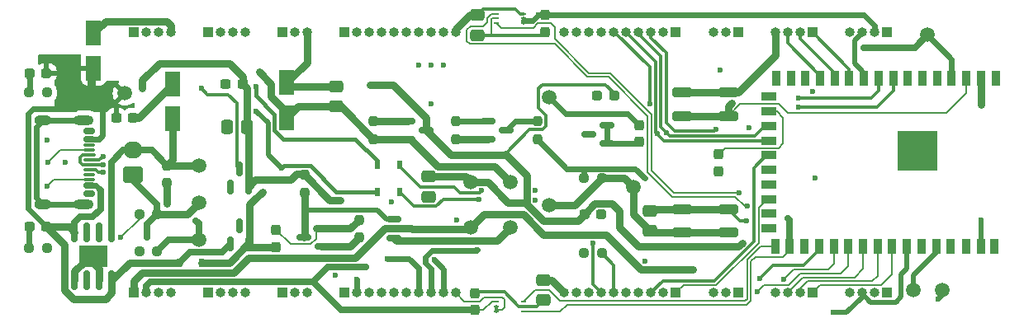
<source format=gbr>
%TF.GenerationSoftware,KiCad,Pcbnew,8.0.0*%
%TF.CreationDate,2024-12-15T19:06:57+00:00*%
%TF.ProjectId,main-board,6d61696e-2d62-46f6-9172-642e6b696361,rev?*%
%TF.SameCoordinates,Original*%
%TF.FileFunction,Copper,L1,Top*%
%TF.FilePolarity,Positive*%
%FSLAX46Y46*%
G04 Gerber Fmt 4.6, Leading zero omitted, Abs format (unit mm)*
G04 Created by KiCad (PCBNEW 8.0.0) date 2024-12-15 19:06:57*
%MOMM*%
%LPD*%
G01*
G04 APERTURE LIST*
G04 Aperture macros list*
%AMRoundRect*
0 Rectangle with rounded corners*
0 $1 Rounding radius*
0 $2 $3 $4 $5 $6 $7 $8 $9 X,Y pos of 4 corners*
0 Add a 4 corners polygon primitive as box body*
4,1,4,$2,$3,$4,$5,$6,$7,$8,$9,$2,$3,0*
0 Add four circle primitives for the rounded corners*
1,1,$1+$1,$2,$3*
1,1,$1+$1,$4,$5*
1,1,$1+$1,$6,$7*
1,1,$1+$1,$8,$9*
0 Add four rect primitives between the rounded corners*
20,1,$1+$1,$2,$3,$4,$5,0*
20,1,$1+$1,$4,$5,$6,$7,0*
20,1,$1+$1,$6,$7,$8,$9,0*
20,1,$1+$1,$8,$9,$2,$3,0*%
G04 Aperture macros list end*
%TA.AperFunction,ComponentPad*%
%ADD10R,1.000000X1.000000*%
%TD*%
%TA.AperFunction,ComponentPad*%
%ADD11O,1.000000X1.000000*%
%TD*%
%TA.AperFunction,SMDPad,CuDef*%
%ADD12RoundRect,0.250000X0.550000X-1.050000X0.550000X1.050000X-0.550000X1.050000X-0.550000X-1.050000X0*%
%TD*%
%TA.AperFunction,SMDPad,CuDef*%
%ADD13RoundRect,0.250000X-0.475000X0.337500X-0.475000X-0.337500X0.475000X-0.337500X0.475000X0.337500X0*%
%TD*%
%TA.AperFunction,SMDPad,CuDef*%
%ADD14RoundRect,0.150000X-0.587500X-0.150000X0.587500X-0.150000X0.587500X0.150000X-0.587500X0.150000X0*%
%TD*%
%TA.AperFunction,SMDPad,CuDef*%
%ADD15RoundRect,0.150000X0.150000X-0.825000X0.150000X0.825000X-0.150000X0.825000X-0.150000X-0.825000X0*%
%TD*%
%TA.AperFunction,HeatsinkPad*%
%ADD16R,3.000000X2.290000*%
%TD*%
%TA.AperFunction,SMDPad,CuDef*%
%ADD17C,1.500000*%
%TD*%
%TA.AperFunction,SMDPad,CuDef*%
%ADD18RoundRect,0.237500X0.237500X-0.250000X0.237500X0.250000X-0.237500X0.250000X-0.237500X-0.250000X0*%
%TD*%
%TA.AperFunction,SMDPad,CuDef*%
%ADD19RoundRect,0.150000X0.150000X-0.587500X0.150000X0.587500X-0.150000X0.587500X-0.150000X-0.587500X0*%
%TD*%
%TA.AperFunction,SMDPad,CuDef*%
%ADD20RoundRect,0.237500X-0.250000X-0.237500X0.250000X-0.237500X0.250000X0.237500X-0.250000X0.237500X0*%
%TD*%
%TA.AperFunction,SMDPad,CuDef*%
%ADD21RoundRect,0.237500X0.237500X-0.287500X0.237500X0.287500X-0.237500X0.287500X-0.237500X-0.287500X0*%
%TD*%
%TA.AperFunction,SMDPad,CuDef*%
%ADD22R,0.550000X0.250000*%
%TD*%
%TA.AperFunction,SMDPad,CuDef*%
%ADD23RoundRect,0.237500X0.300000X0.237500X-0.300000X0.237500X-0.300000X-0.237500X0.300000X-0.237500X0*%
%TD*%
%TA.AperFunction,SMDPad,CuDef*%
%ADD24R,0.630000X0.830000*%
%TD*%
%TA.AperFunction,SMDPad,CuDef*%
%ADD25RoundRect,0.250000X0.475000X-0.337500X0.475000X0.337500X-0.475000X0.337500X-0.475000X-0.337500X0*%
%TD*%
%TA.AperFunction,SMDPad,CuDef*%
%ADD26RoundRect,0.237500X-0.237500X0.300000X-0.237500X-0.300000X0.237500X-0.300000X0.237500X0.300000X0*%
%TD*%
%TA.AperFunction,SMDPad,CuDef*%
%ADD27RoundRect,0.250000X0.337500X0.475000X-0.337500X0.475000X-0.337500X-0.475000X0.337500X-0.475000X0*%
%TD*%
%TA.AperFunction,SMDPad,CuDef*%
%ADD28RoundRect,0.237500X0.237500X-0.300000X0.237500X0.300000X-0.237500X0.300000X-0.237500X-0.300000X0*%
%TD*%
%TA.AperFunction,SMDPad,CuDef*%
%ADD29RoundRect,0.237500X0.287500X0.237500X-0.287500X0.237500X-0.287500X-0.237500X0.287500X-0.237500X0*%
%TD*%
%TA.AperFunction,SMDPad,CuDef*%
%ADD30RoundRect,0.250000X-0.750000X-0.250000X0.750000X-0.250000X0.750000X0.250000X-0.750000X0.250000X0*%
%TD*%
%TA.AperFunction,SMDPad,CuDef*%
%ADD31RoundRect,0.237500X-0.287500X-0.237500X0.287500X-0.237500X0.287500X0.237500X-0.287500X0.237500X0*%
%TD*%
%TA.AperFunction,SMDPad,CuDef*%
%ADD32RoundRect,0.237500X-0.237500X0.250000X-0.237500X-0.250000X0.237500X-0.250000X0.237500X0.250000X0*%
%TD*%
%TA.AperFunction,SMDPad,CuDef*%
%ADD33RoundRect,0.237500X-0.300000X-0.237500X0.300000X-0.237500X0.300000X0.237500X-0.300000X0.237500X0*%
%TD*%
%TA.AperFunction,SMDPad,CuDef*%
%ADD34RoundRect,0.237500X0.250000X0.237500X-0.250000X0.237500X-0.250000X-0.237500X0.250000X-0.237500X0*%
%TD*%
%TA.AperFunction,SMDPad,CuDef*%
%ADD35R,0.900000X1.500000*%
%TD*%
%TA.AperFunction,SMDPad,CuDef*%
%ADD36R,1.500000X0.900000*%
%TD*%
%TA.AperFunction,SMDPad,CuDef*%
%ADD37R,4.100000X4.100000*%
%TD*%
%TA.AperFunction,SMDPad,CuDef*%
%ADD38RoundRect,0.150000X-0.425000X0.150000X-0.425000X-0.150000X0.425000X-0.150000X0.425000X0.150000X0*%
%TD*%
%TA.AperFunction,SMDPad,CuDef*%
%ADD39RoundRect,0.075000X-0.500000X0.075000X-0.500000X-0.075000X0.500000X-0.075000X0.500000X0.075000X0*%
%TD*%
%TA.AperFunction,ComponentPad*%
%ADD40O,2.100000X1.000000*%
%TD*%
%TA.AperFunction,ComponentPad*%
%ADD41O,1.800000X1.000000*%
%TD*%
%TA.AperFunction,SMDPad,CuDef*%
%ADD42RoundRect,0.150000X0.587500X0.150000X-0.587500X0.150000X-0.587500X-0.150000X0.587500X-0.150000X0*%
%TD*%
%TA.AperFunction,ComponentPad*%
%ADD43RoundRect,0.250000X0.750000X-0.600000X0.750000X0.600000X-0.750000X0.600000X-0.750000X-0.600000X0*%
%TD*%
%TA.AperFunction,ComponentPad*%
%ADD44O,2.000000X1.700000*%
%TD*%
%TA.AperFunction,ViaPad*%
%ADD45C,0.600000*%
%TD*%
%TA.AperFunction,Conductor*%
%ADD46C,0.800000*%
%TD*%
%TA.AperFunction,Conductor*%
%ADD47C,0.600000*%
%TD*%
%TA.AperFunction,Conductor*%
%ADD48C,0.400000*%
%TD*%
%TA.AperFunction,Conductor*%
%ADD49C,0.300000*%
%TD*%
%TA.AperFunction,Conductor*%
%ADD50C,0.700000*%
%TD*%
%TA.AperFunction,Conductor*%
%ADD51C,0.500000*%
%TD*%
%TA.AperFunction,Conductor*%
%ADD52C,0.200000*%
%TD*%
G04 APERTURE END LIST*
D10*
%TO.P,SW_C1,1,Pin_1*%
%TO.N,/SW1_A*%
X76650000Y-113400000D03*
D11*
%TO.P,SW_C1,2,Pin_2*%
%TO.N,/SW2_A*%
X77920000Y-113400000D03*
%TO.P,SW_C1,3,Pin_3*%
%TO.N,GND*%
X79190000Y-113400000D03*
%TD*%
D12*
%TO.P,C4,1*%
%TO.N,LDO*%
X77100000Y-95400000D03*
%TO.P,C4,2*%
%TO.N,GND*%
X77100000Y-91800000D03*
%TD*%
D13*
%TO.P,C10,1*%
%TO.N,GND*%
X96600000Y-84862500D03*
%TO.P,C10,2*%
%TO.N,Net-(U4-DVI)*%
X96600000Y-86937500D03*
%TD*%
D14*
%TO.P,Q4,1,G*%
%TO.N,Net-(Q3-D)*%
X88062500Y-105850000D03*
%TO.P,Q4,2,S*%
%TO.N,VCC*%
X88062500Y-107750000D03*
%TO.P,Q4,3,D*%
%TO.N,/VCC_CTRL*%
X89937500Y-106800000D03*
%TD*%
D15*
%TO.P,U6,1,TEMP*%
%TO.N,GND*%
X55345000Y-112105000D03*
%TO.P,U6,2,PROG*%
%TO.N,Net-(U6-PROG)*%
X56615000Y-112105000D03*
%TO.P,U6,3,GND*%
%TO.N,GND*%
X57885000Y-112105000D03*
%TO.P,U6,4,VCC*%
%TO.N,VBUS*%
X59155000Y-112105000D03*
%TO.P,U6,5,BAT*%
%TO.N,+BATT*%
X59155000Y-107155000D03*
%TO.P,U6,6,~{STDBY}*%
%TO.N,Net-(U6-~{STDBY})*%
X57885000Y-107155000D03*
%TO.P,U6,7,~{CHRG}*%
%TO.N,Net-(U6-~{CHRG})*%
X56615000Y-107155000D03*
%TO.P,U6,8,CE*%
%TO.N,VBUS*%
X55345000Y-107155000D03*
D16*
%TO.P,U6,9,PP*%
%TO.N,GND*%
X57250000Y-109630000D03*
%TD*%
D17*
%TO.P,B+,1,1*%
%TO.N,+BATT*%
X68100000Y-100300000D03*
%TD*%
D18*
%TO.P,R24,1*%
%TO.N,/VCC_CTRL_EN*%
X84500000Y-107712500D03*
%TO.P,R24,2*%
%TO.N,GND*%
X84500000Y-105887500D03*
%TD*%
D19*
%TO.P,Q8,1,G*%
%TO.N,Net-(Q7-D)*%
X71300000Y-102500000D03*
%TO.P,Q8,2,S*%
%TO.N,VCC*%
X73200000Y-102500000D03*
%TO.P,Q8,3,D*%
%TO.N,/LDO_EN*%
X72250000Y-100625000D03*
%TD*%
D10*
%TO.P,PWR1,1,Pin_1*%
%TO.N,/VCC_CTRL*%
X61400000Y-113400000D03*
D11*
%TO.P,PWR1,2,Pin_2*%
%TO.N,LDO_CTRL*%
X62670000Y-113400000D03*
%TO.P,PWR1,3,Pin_3*%
%TO.N,/BUZZER_A*%
X63940000Y-113400000D03*
%TO.P,PWR1,4,Pin_4*%
%TO.N,GND*%
X65210000Y-113400000D03*
%TD*%
D10*
%TO.P,DD1,1,Pin_1*%
%TO.N,/VPRG*%
X83005000Y-113400000D03*
D11*
%TO.P,DD1,2,Pin_2*%
%TO.N,/ALT_A*%
X84275000Y-113400000D03*
%TO.P,DD1,3,Pin_3*%
%TO.N,/GSCLK*%
X85545000Y-113400000D03*
%TO.P,DD1,4,Pin_4*%
%TO.N,/BLANK*%
X86815000Y-113400000D03*
%TO.P,DD1,5,Pin_5*%
%TO.N,/XLAT*%
X88085000Y-113400000D03*
%TO.P,DD1,6,Pin_6*%
%TO.N,/XERR_A*%
X89355000Y-113400000D03*
%TO.P,DD1,7,Pin_7*%
%TO.N,/SCLK*%
X90625000Y-113400000D03*
%TO.P,DD1,8,Pin_8*%
%TO.N,/SIN_A*%
X91895000Y-113400000D03*
%TO.P,DD1,9,Pin_9*%
%TO.N,/SOUT_A*%
X93165000Y-113400000D03*
%TO.P,DD1,10,Pin_10*%
%TO.N,GND*%
X94435000Y-113400000D03*
%TD*%
D20*
%TO.P,R29,1*%
%TO.N,Net-(U6-PROG)*%
X61987500Y-109100000D03*
%TO.P,R29,2*%
%TO.N,GND*%
X63812500Y-109100000D03*
%TD*%
D21*
%TO.P,D3,1,K*%
%TO.N,Net-(D3-K)*%
X121377500Y-100875000D03*
%TO.P,D3,2,A*%
%TO.N,Net-(D3-A)*%
X121377500Y-99125000D03*
%TD*%
D17*
%TO.P,VCC,1,1*%
%TO.N,/VCC_CTRL*%
X96000000Y-106700000D03*
%TD*%
D22*
%TO.P,U4,1,VCC*%
%TO.N,LDO_CTRL*%
X101375000Y-85700000D03*
%TO.P,U4,2,ADDR*%
X101375000Y-85200000D03*
%TO.P,U4,3,GND*%
%TO.N,GND*%
X101375000Y-84700000D03*
%TO.P,U4,4,SDA*%
%TO.N,/SDA*%
X98625000Y-84700000D03*
%TO.P,U4,5,DVI*%
%TO.N,Net-(U4-DVI)*%
X98625000Y-85200000D03*
%TO.P,U4,6,SCL*%
%TO.N,/SCL*%
X98625000Y-85700000D03*
%TD*%
D20*
%TO.P,R4,1*%
%TO.N,/ADC_BAT_V*%
X107587500Y-101600000D03*
%TO.P,R4,2*%
%TO.N,GND*%
X109412500Y-101600000D03*
%TD*%
D23*
%TO.P,R32,1*%
%TO.N,VCC*%
X72562500Y-91900000D03*
%TO.P,R32,2*%
%TO.N,Net-(Q7-D)*%
X70837500Y-91900000D03*
%TD*%
D17*
%TO.P,GND,1,1*%
%TO.N,GND*%
X68100000Y-107900000D03*
%TD*%
D24*
%TO.P,D2,A*%
%TO.N,Net-(U2-IO06)*%
X88650000Y-100200000D03*
%TO.P,D2,C*%
%TO.N,/SW1*%
X86350000Y-100200000D03*
%TD*%
D17*
%TO.P,LDO,1,1*%
%TO.N,LDO_CTRL*%
X96000000Y-102000000D03*
%TD*%
D12*
%TO.P,C17,1*%
%TO.N,+BATT*%
X65400000Y-95500000D03*
%TO.P,C17,2*%
%TO.N,GND*%
X65400000Y-91900000D03*
%TD*%
D25*
%TO.P,C11,1*%
%TO.N,GND*%
X91600000Y-103537500D03*
%TO.P,C11,2*%
%TO.N,LDO_CTRL*%
X91600000Y-101462500D03*
%TD*%
D26*
%TO.P,R10,1*%
%TO.N,/2.5V*%
X113200000Y-96137500D03*
%TO.P,R10,2*%
%TO.N,Net-(U1-K)*%
X113200000Y-97862500D03*
%TD*%
D10*
%TO.P,CA3,1,Pin_1*%
%TO.N,/MC_DD_1_B*%
X69025000Y-86600000D03*
D11*
%TO.P,CA3,2,Pin_2*%
%TO.N,/MC_DD_2_B*%
X70295000Y-86600000D03*
%TO.P,CA3,3,Pin_3*%
%TO.N,/MC_SD_B*%
X71565000Y-86600000D03*
%TO.P,CA3,4,Pin_4*%
%TO.N,GND*%
X72835000Y-86600000D03*
%TD*%
D17*
%TO.P,VCC,1,1*%
%TO.N,VCC*%
X100000000Y-106700000D03*
%TD*%
D27*
%TO.P,C13,1*%
%TO.N,VCC*%
X73037500Y-96300000D03*
%TO.P,C13,2*%
%TO.N,GND*%
X70962500Y-96300000D03*
%TD*%
D17*
%TO.P,GND,1,1*%
%TO.N,GND*%
X112600000Y-102500000D03*
%TD*%
D14*
%TO.P,Q1,1,G*%
%TO.N,Net-(Q1-G)*%
X97725000Y-95750000D03*
%TO.P,Q1,2,S*%
%TO.N,+BATT*%
X97725000Y-97650000D03*
%TO.P,Q1,3,D*%
%TO.N,Net-(Q1-D)*%
X99600000Y-96700000D03*
%TD*%
D17*
%TO.P,TX,1,1*%
%TO.N,/U0TXD*%
X144300000Y-113100000D03*
%TD*%
D26*
%TO.P,R23,1*%
%TO.N,Net-(U3-DVI)*%
X96400000Y-113437500D03*
%TO.P,R23,2*%
%TO.N,LDO_CTRL*%
X96400000Y-115162500D03*
%TD*%
D28*
%TO.P,R20,1*%
%TO.N,Net-(U4-DVI)*%
X103600000Y-86562500D03*
%TO.P,R20,2*%
%TO.N,LDO_CTRL*%
X103600000Y-84837500D03*
%TD*%
D17*
%TO.P,2.5V,1,1*%
%TO.N,/2.5V*%
X104000000Y-93300000D03*
%TD*%
D28*
%TO.P,R33,1*%
%TO.N,Net-(Q7-G)*%
X76000000Y-108662500D03*
%TO.P,R33,2*%
%TO.N,GND*%
X76000000Y-106937500D03*
%TD*%
D17*
%TO.P,1V,1,1*%
%TO.N,/1V*%
X142800000Y-86900000D03*
%TD*%
D29*
%TO.P,D4,1,K*%
%TO.N,Net-(D4-K)*%
X109375000Y-105300000D03*
%TO.P,D4,2,A*%
%TO.N,LDO_CTRL*%
X107625000Y-105300000D03*
%TD*%
D30*
%TO.P,BOOT,1,1*%
%TO.N,GND*%
X117650000Y-92800000D03*
X122350000Y-92800000D03*
%TO.P,BOOT,2,2*%
%TO.N,Net-(U2-IO00)*%
X117650000Y-95200000D03*
X122350000Y-95200000D03*
%TD*%
D10*
%TO.P,SW_C2,1,Pin_1*%
%TO.N,/SW1_A*%
X123350000Y-113400000D03*
D11*
%TO.P,SW_C2,2,Pin_2*%
%TO.N,/SW2_A*%
X122080000Y-113400000D03*
%TO.P,SW_C2,3,Pin_3*%
%TO.N,GND*%
X120810000Y-113400000D03*
%TD*%
D12*
%TO.P,C15,1*%
%TO.N,VBUS*%
X57300000Y-90300000D03*
%TO.P,C15,2*%
%TO.N,GND*%
X57300000Y-86700000D03*
%TD*%
D18*
%TO.P,R28,1*%
%TO.N,LDO*%
X86000000Y-97612500D03*
%TO.P,R28,2*%
%TO.N,/LDO_CTRL_EN*%
X86000000Y-95787500D03*
%TD*%
D10*
%TO.P,CA1,1,Pin_1*%
%TO.N,/MC_DD_1_A*%
X69025000Y-113400000D03*
D11*
%TO.P,CA1,2,Pin_2*%
%TO.N,/MC_DD_2_A*%
X70295000Y-113400000D03*
%TO.P,CA1,3,Pin_3*%
%TO.N,/MC_SD_A*%
X71565000Y-113400000D03*
%TO.P,CA1,4,Pin_4*%
%TO.N,GND*%
X72835000Y-113400000D03*
%TD*%
D13*
%TO.P,C5,1*%
%TO.N,GND*%
X82200000Y-92162500D03*
%TO.P,C5,2*%
%TO.N,LDO*%
X82200000Y-94237500D03*
%TD*%
D20*
%TO.P,R27,1*%
%TO.N,Net-(D7-K)*%
X50687500Y-108800000D03*
%TO.P,R27,2*%
%TO.N,Net-(U6-~{STDBY})*%
X52512500Y-108800000D03*
%TD*%
D17*
%TO.P,B-,1,1*%
%TO.N,-BATT*%
X68100000Y-104100000D03*
%TD*%
D14*
%TO.P,Q5,1,G*%
%TO.N,/LDO_CTRL_EN*%
X89525000Y-95750000D03*
%TO.P,Q5,2,S*%
%TO.N,LDO*%
X89525000Y-97650000D03*
%TO.P,Q5,3,D*%
%TO.N,LDO_CTRL*%
X91400000Y-96700000D03*
%TD*%
D10*
%TO.P,DD4,1,Pin_1*%
%TO.N,/VPRG*%
X116995000Y-86600000D03*
D11*
%TO.P,DD4,2,Pin_2*%
%TO.N,/ALT_B*%
X115725000Y-86600000D03*
%TO.P,DD4,3,Pin_3*%
%TO.N,/GSCLK*%
X114455000Y-86600000D03*
%TO.P,DD4,4,Pin_4*%
%TO.N,/BLANK*%
X113185000Y-86600000D03*
%TO.P,DD4,5,Pin_5*%
%TO.N,/XLAT*%
X111915000Y-86600000D03*
%TO.P,DD4,6,Pin_6*%
%TO.N,/XERR_B*%
X110645000Y-86600000D03*
%TO.P,DD4,7,Pin_7*%
%TO.N,/SCLK*%
X109375000Y-86600000D03*
%TO.P,DD4,8,Pin_8*%
%TO.N,/SIN_B*%
X108105000Y-86600000D03*
%TO.P,DD4,9,Pin_9*%
%TO.N,/SOUT_B*%
X106835000Y-86600000D03*
%TO.P,DD4,10,Pin_10*%
%TO.N,GND*%
X105565000Y-86600000D03*
%TD*%
D25*
%TO.P,C2,1*%
%TO.N,GND*%
X114300000Y-107037500D03*
%TO.P,C2,2*%
%TO.N,Net-(C2-Pad2)*%
X114300000Y-104962500D03*
%TD*%
D17*
%TO.P,LDO,1,1*%
%TO.N,LDO*%
X100000000Y-102000000D03*
%TD*%
D31*
%TO.P,D5,1,K*%
%TO.N,Net-(D5-K)*%
X108925000Y-93100000D03*
%TO.P,D5,2,A*%
%TO.N,LDO_CTRL*%
X110675000Y-93100000D03*
%TD*%
D20*
%TO.P,R26,1*%
%TO.N,Net-(D6-K)*%
X50687500Y-92800000D03*
%TO.P,R26,2*%
%TO.N,Net-(U6-~{CHRG})*%
X52512500Y-92800000D03*
%TD*%
D10*
%TO.P,DD2,1,Pin_1*%
%TO.N,/VPRG*%
X116995000Y-113400000D03*
D11*
%TO.P,DD2,2,Pin_2*%
%TO.N,/ALT_A*%
X115725000Y-113400000D03*
%TO.P,DD2,3,Pin_3*%
%TO.N,/GSCLK*%
X114455000Y-113400000D03*
%TO.P,DD2,4,Pin_4*%
%TO.N,/BLANK*%
X113185000Y-113400000D03*
%TO.P,DD2,5,Pin_5*%
%TO.N,/XLAT*%
X111915000Y-113400000D03*
%TO.P,DD2,6,Pin_6*%
%TO.N,/XERR_A*%
X110645000Y-113400000D03*
%TO.P,DD2,7,Pin_7*%
%TO.N,/SCLK*%
X109375000Y-113400000D03*
%TO.P,DD2,8,Pin_8*%
%TO.N,/SIN_A*%
X108105000Y-113400000D03*
%TO.P,DD2,9,Pin_9*%
%TO.N,/SOUT_A*%
X106835000Y-113400000D03*
%TO.P,DD2,10,Pin_10*%
%TO.N,GND*%
X105565000Y-113400000D03*
%TD*%
D17*
%TO.P,RX,1,1*%
%TO.N,/U0RXD*%
X141300000Y-113100000D03*
%TD*%
D32*
%TO.P,R3,1*%
%TO.N,Net-(Q1-D)*%
X102800000Y-95787500D03*
%TO.P,R3,2*%
%TO.N,/ADC_BAT_V*%
X102800000Y-97612500D03*
%TD*%
D31*
%TO.P,D7,1,K*%
%TO.N,Net-(D7-K)*%
X50725000Y-106600000D03*
%TO.P,D7,2,A*%
%TO.N,VBUS*%
X52475000Y-106600000D03*
%TD*%
D10*
%TO.P,SW_C4,1,Pin_1*%
%TO.N,/SW1_B*%
X123350000Y-86600000D03*
D11*
%TO.P,SW_C4,2,Pin_2*%
%TO.N,/SW2_B*%
X122080000Y-86600000D03*
%TO.P,SW_C4,3,Pin_3*%
%TO.N,GND*%
X120810000Y-86600000D03*
%TD*%
D10*
%TO.P,PWR2,1,Pin_1*%
%TO.N,/VCC_CTRL*%
X138600000Y-113400000D03*
D11*
%TO.P,PWR2,2,Pin_2*%
%TO.N,LDO_CTRL*%
X137330000Y-113400000D03*
%TO.P,PWR2,3,Pin_3*%
%TO.N,/BUZZER_A*%
X136060000Y-113400000D03*
%TO.P,PWR2,4,Pin_4*%
%TO.N,GND*%
X134790000Y-113400000D03*
%TD*%
D19*
%TO.P,Q9,1,G*%
%TO.N,VBUS*%
X71300000Y-108400000D03*
%TO.P,Q9,2,S*%
%TO.N,Net-(Q7-G)*%
X73200000Y-108400000D03*
%TO.P,Q9,3,D*%
%TO.N,/LDO_LATCH*%
X72250000Y-106525000D03*
%TD*%
D32*
%TO.P,R25,1*%
%TO.N,VCC*%
X78900000Y-101287500D03*
%TO.P,R25,2*%
%TO.N,Net-(Q3-D)*%
X78900000Y-103112500D03*
%TD*%
D10*
%TO.P,CA4,1,Pin_1*%
%TO.N,/MC_DD_1_B*%
X130975000Y-86600000D03*
D11*
%TO.P,CA4,2,Pin_2*%
%TO.N,/MC_DD_2_B*%
X129705000Y-86600000D03*
%TO.P,CA4,3,Pin_3*%
%TO.N,/MC_SD_B*%
X128435000Y-86600000D03*
%TO.P,CA4,4,Pin_4*%
%TO.N,GND*%
X127165000Y-86600000D03*
%TD*%
D33*
%TO.P,C14,1*%
%TO.N,VBUS*%
X59637500Y-95400000D03*
%TO.P,C14,2*%
%TO.N,GND*%
X61362500Y-95400000D03*
%TD*%
D24*
%TO.P,D1,A*%
%TO.N,Net-(U2-IO05)*%
X88650000Y-103000000D03*
%TO.P,D1,C*%
%TO.N,/SW2*%
X86350000Y-103000000D03*
%TD*%
D30*
%TO.P,RST,1,1*%
%TO.N,Net-(C2-Pad2)*%
X117650000Y-104800000D03*
X122350000Y-104800000D03*
%TO.P,RST,2,2*%
%TO.N,GND*%
X117650000Y-107200000D03*
X122350000Y-107200000D03*
%TD*%
D24*
%TO.P,D11,A*%
%TO.N,VBUS*%
X66050000Y-110300000D03*
%TO.P,D11,C*%
%TO.N,Net-(Q7-G)*%
X68350000Y-110300000D03*
%TD*%
D10*
%TO.P,SW_C3,1,Pin_1*%
%TO.N,/SW1_B*%
X76650000Y-86600000D03*
D11*
%TO.P,SW_C3,2,Pin_2*%
%TO.N,/SW2_B*%
X77920000Y-86600000D03*
%TO.P,SW_C3,3,Pin_3*%
%TO.N,GND*%
X79190000Y-86600000D03*
%TD*%
D32*
%TO.P,R31,1*%
%TO.N,+BATT*%
X64800000Y-100287500D03*
%TO.P,R31,2*%
%TO.N,Net-(U7-VCC)*%
X64800000Y-102112500D03*
%TD*%
D34*
%TO.P,R15,1*%
%TO.N,/XERR_A*%
X109412500Y-109300000D03*
%TO.P,R15,2*%
%TO.N,Net-(D4-K)*%
X107587500Y-109300000D03*
%TD*%
D10*
%TO.P,PWR4,1,Pin_1*%
%TO.N,/VCC_CTRL*%
X138600000Y-86600000D03*
D11*
%TO.P,PWR4,2,Pin_2*%
%TO.N,LDO_CTRL*%
X137330000Y-86600000D03*
%TO.P,PWR4,3,Pin_3*%
%TO.N,/BUZZER_B*%
X136060000Y-86600000D03*
%TO.P,PWR4,4,Pin_4*%
%TO.N,GND*%
X134790000Y-86600000D03*
%TD*%
D35*
%TO.P,U2,1,GND*%
%TO.N,GND*%
X149775000Y-91375000D03*
%TO.P,U2,2,3V3*%
%TO.N,LDO*%
X148275000Y-91375000D03*
%TO.P,U2,3,IO00*%
%TO.N,Net-(U2-IO00)*%
X146775000Y-91375000D03*
%TO.P,U2,4,IO01*%
%TO.N,/1V*%
X145275000Y-91375000D03*
%TO.P,U2,5,IO02*%
%TO.N,/ADC_BAT_V*%
X143775000Y-91375000D03*
%TO.P,U2,6,IO03*%
%TO.N,/ADC_VREF_EN*%
X142275000Y-91375000D03*
%TO.P,U2,7,IO04*%
%TO.N,/ADC_BAT_EN*%
X140775000Y-91375000D03*
%TO.P,U2,8,IO05*%
%TO.N,Net-(U2-IO05)*%
X139275000Y-91375000D03*
%TO.P,U2,9,IO06*%
%TO.N,Net-(U2-IO06)*%
X137775000Y-91375000D03*
%TO.P,U2,10,IO07*%
%TO.N,/BUZZER_B*%
X136275000Y-91375000D03*
%TO.P,U2,11,IO08*%
%TO.N,/MC_DD_1_B*%
X134775000Y-91375000D03*
%TO.P,U2,12,IO09*%
%TO.N,/MC_DD_2_B*%
X133275000Y-91375000D03*
%TO.P,U2,13,IO10*%
%TO.N,/MC_SD_B*%
X131775000Y-91375000D03*
%TO.P,U2,14,IO11*%
%TO.N,/GPIO11*%
X130275000Y-91375000D03*
%TO.P,U2,15,IO12*%
%TO.N,/GPIO12*%
X128775000Y-91375000D03*
%TO.P,U2,16,IO13*%
%TO.N,/GPIO13*%
X127275000Y-91375000D03*
D36*
%TO.P,U2,17,IO14*%
%TO.N,/VCC_CTRL_EN*%
X126525000Y-93250000D03*
%TO.P,U2,18,IO15*%
%TO.N,Net-(D3-A)*%
X126525000Y-94750000D03*
%TO.P,U2,19,IO16*%
%TO.N,/BLANK*%
X126525000Y-96250000D03*
%TO.P,U2,20,IO17*%
%TO.N,/XLAT*%
X126525000Y-97750000D03*
%TO.P,U2,21,IO18*%
%TO.N,/GSCLK*%
X126525000Y-99250000D03*
%TO.P,U2,22,USB_D-*%
%TO.N,Net-(U2-USB_D-)*%
X126525000Y-100750000D03*
%TO.P,U2,23,USB_D+*%
%TO.N,Net-(U2-USB_D+)*%
X126525000Y-102250000D03*
%TO.P,U2,24,IO21*%
%TO.N,/VPRG*%
X126525000Y-103750000D03*
%TO.P,U2,25,IO26*%
%TO.N,/DONT_USE*%
X126525000Y-105250000D03*
%TO.P,U2,26,GND*%
%TO.N,GND*%
X126525000Y-106750000D03*
D35*
%TO.P,U2,27,IO33*%
%TO.N,/SCL*%
X127175000Y-108625000D03*
%TO.P,U2,28,IO34*%
%TO.N,/SDA*%
X128675000Y-108625000D03*
%TO.P,U2,29,IO35*%
%TO.N,/MOSI(SIN)*%
X130175000Y-108625000D03*
%TO.P,U2,30,IO36*%
%TO.N,/SCLK*%
X131675000Y-108625000D03*
%TO.P,U2,31,IO37*%
%TO.N,/MISO(SOUT)*%
X133175000Y-108625000D03*
%TO.P,U2,32,IO38*%
%TO.N,/CTRL*%
X134675000Y-108625000D03*
%TO.P,U2,33,IO39*%
%TO.N,/MC_SD_A*%
X136175000Y-108625000D03*
%TO.P,U2,34,IO40*%
%TO.N,/MC_DD_2_A*%
X137675000Y-108625000D03*
%TO.P,U2,35,IO41*%
%TO.N,/MC_DD_1_A*%
X139175000Y-108625000D03*
%TO.P,U2,36,IO42*%
%TO.N,/BUZZER_A*%
X140675000Y-108625000D03*
%TO.P,U2,37,TXD0*%
%TO.N,Net-(U2-TXD0)*%
X142175000Y-108625000D03*
%TO.P,U2,38,RXD0*%
%TO.N,/U0RXD*%
X143675000Y-108625000D03*
%TO.P,U2,39,IO45*%
%TO.N,/LDO_LATCH*%
X145175000Y-108625000D03*
%TO.P,U2,40,IO46*%
%TO.N,/GPIO46*%
X146775000Y-108625000D03*
%TO.P,U2,41,EN*%
%TO.N,/EN*%
X148275000Y-108625000D03*
%TO.P,U2,42,GND*%
%TO.N,GND*%
X149675000Y-108625000D03*
D37*
%TO.P,U2,43,GND*%
X141735000Y-98810000D03*
%TD*%
D17*
%TO.P,GND,1,1*%
%TO.N,GND*%
X104000000Y-104350000D03*
%TD*%
D10*
%TO.P,PWR3,1,Pin_1*%
%TO.N,/VCC_CTRL*%
X61400000Y-86600000D03*
D11*
%TO.P,PWR3,2,Pin_2*%
%TO.N,LDO_CTRL*%
X62670000Y-86600000D03*
%TO.P,PWR3,3,Pin_3*%
%TO.N,/BUZZER_B*%
X63940000Y-86600000D03*
%TO.P,PWR3,4,Pin_4*%
%TO.N,GND*%
X65210000Y-86600000D03*
%TD*%
D38*
%TO.P,J1,A1,GND*%
%TO.N,GND*%
X56855000Y-96780000D03*
%TO.P,J1,A4,VBUS*%
%TO.N,VBUS*%
X56855000Y-97580000D03*
D39*
%TO.P,J1,A5,CC1*%
%TO.N,Net-(J1-CC1)*%
X56855000Y-98730000D03*
%TO.P,J1,A6,D+*%
%TO.N,/USB_D+*%
X56855000Y-99730000D03*
%TO.P,J1,A7,D-*%
%TO.N,/USB_D-*%
X56855000Y-100230000D03*
%TO.P,J1,A8,SBU1*%
%TO.N,unconnected-(J1-SBU1-PadA8)*%
X56855000Y-101230000D03*
D38*
%TO.P,J1,A9,VBUS*%
%TO.N,VBUS*%
X56855000Y-102380000D03*
%TO.P,J1,A12,GND*%
%TO.N,GND*%
X56855000Y-103180000D03*
%TO.P,J1,B1,GND*%
X56855000Y-103180000D03*
%TO.P,J1,B4,VBUS*%
%TO.N,VBUS*%
X56855000Y-102380000D03*
D39*
%TO.P,J1,B5,CC2*%
%TO.N,Net-(J1-CC2)*%
X56855000Y-101730000D03*
%TO.P,J1,B6,D+*%
%TO.N,/USB_D+*%
X56855000Y-100730000D03*
%TO.P,J1,B7,D-*%
%TO.N,/USB_D-*%
X56855000Y-99230000D03*
%TO.P,J1,B8,SBU2*%
%TO.N,unconnected-(J1-SBU2-PadB8)*%
X56855000Y-98230000D03*
D38*
%TO.P,J1,B9,VBUS*%
%TO.N,VBUS*%
X56855000Y-97580000D03*
%TO.P,J1,B12,GND*%
%TO.N,GND*%
X56855000Y-96780000D03*
D40*
%TO.P,J1,S1,SHIELD*%
%TO.N,Net-(J1-SHIELD)*%
X56280000Y-95660000D03*
D41*
X52100000Y-95660000D03*
D40*
X56280000Y-104300000D03*
D41*
X52100000Y-104300000D03*
%TD*%
D13*
%TO.P,C9,1*%
%TO.N,GND*%
X103400000Y-112062500D03*
%TO.P,C9,2*%
%TO.N,Net-(U3-DVI)*%
X103400000Y-114137500D03*
%TD*%
D42*
%TO.P,Q3,1,G*%
%TO.N,/VCC_CTRL_EN*%
X80700000Y-108650000D03*
%TO.P,Q3,2,S*%
%TO.N,GND*%
X80700000Y-106750000D03*
%TO.P,Q3,3,D*%
%TO.N,Net-(Q3-D)*%
X78825000Y-107700000D03*
%TD*%
%TO.P,U1,1,K*%
%TO.N,Net-(U1-K)*%
X109900000Y-98075000D03*
%TO.P,U1,2,REF*%
X109900000Y-96175000D03*
%TO.P,U1,3,A*%
%TO.N,GND*%
X108025000Y-97125000D03*
%TD*%
D17*
%TO.P,5V,1,1*%
%TO.N,VBUS*%
X60500000Y-92900000D03*
%TD*%
D10*
%TO.P,DD3,1,Pin_1*%
%TO.N,/VPRG*%
X83005000Y-86600000D03*
D11*
%TO.P,DD3,2,Pin_2*%
%TO.N,/ALT_B*%
X84275000Y-86600000D03*
%TO.P,DD3,3,Pin_3*%
%TO.N,/GSCLK*%
X85545000Y-86600000D03*
%TO.P,DD3,4,Pin_4*%
%TO.N,/BLANK*%
X86815000Y-86600000D03*
%TO.P,DD3,5,Pin_5*%
%TO.N,/XLAT*%
X88085000Y-86600000D03*
%TO.P,DD3,6,Pin_6*%
%TO.N,/XERR_B*%
X89355000Y-86600000D03*
%TO.P,DD3,7,Pin_7*%
%TO.N,/SCLK*%
X90625000Y-86600000D03*
%TO.P,DD3,8,Pin_8*%
%TO.N,/SIN_B*%
X91895000Y-86600000D03*
%TO.P,DD3,9,Pin_9*%
%TO.N,/SOUT_B*%
X93165000Y-86600000D03*
%TO.P,DD3,10,Pin_10*%
%TO.N,GND*%
X94435000Y-86600000D03*
%TD*%
D22*
%TO.P,U3,1,VCC*%
%TO.N,LDO_CTRL*%
X98625000Y-114300000D03*
%TO.P,U3,2,ADDR*%
%TO.N,GND*%
X98625000Y-114800000D03*
%TO.P,U3,3,GND*%
X98625000Y-115300000D03*
%TO.P,U3,4,SDA*%
%TO.N,/SDA*%
X101375000Y-115300000D03*
%TO.P,U3,5,DVI*%
%TO.N,Net-(U3-DVI)*%
X101375000Y-114800000D03*
%TO.P,U3,6,SCL*%
%TO.N,/SCL*%
X101375000Y-114300000D03*
%TD*%
D10*
%TO.P,CA2,1,Pin_1*%
%TO.N,/MC_DD_1_A*%
X130975000Y-113400000D03*
D11*
%TO.P,CA2,2,Pin_2*%
%TO.N,/MC_DD_2_A*%
X129705000Y-113400000D03*
%TO.P,CA2,3,Pin_3*%
%TO.N,/MC_SD_A*%
X128435000Y-113400000D03*
%TO.P,CA2,4,Pin_4*%
%TO.N,GND*%
X127165000Y-113400000D03*
%TD*%
D18*
%TO.P,R6,1*%
%TO.N,+BATT*%
X94400000Y-97612500D03*
%TO.P,R6,2*%
%TO.N,Net-(Q1-G)*%
X94400000Y-95787500D03*
%TD*%
D34*
%TO.P,R35,1*%
%TO.N,-BATT*%
X63812500Y-105300000D03*
%TO.P,R35,2*%
%TO.N,Net-(U7-CS)*%
X61987500Y-105300000D03*
%TD*%
D31*
%TO.P,D6,1,K*%
%TO.N,Net-(D6-K)*%
X50725000Y-90800000D03*
%TO.P,D6,2,A*%
%TO.N,VBUS*%
X52475000Y-90800000D03*
%TD*%
D43*
%TO.P,BAT1,1,Pin_1*%
%TO.N,-BATT*%
X61350000Y-101250000D03*
D44*
%TO.P,BAT1,2,Pin_2*%
%TO.N,+BATT*%
X61350000Y-98750000D03*
%TD*%
D45*
%TO.N,GND*%
X120600000Y-92850000D03*
X65400000Y-91475000D03*
%TO.N,+BATT*%
X94400000Y-97612500D03*
X65400000Y-95500000D03*
%TO.N,/BUZZER_A*%
X133100000Y-115400000D03*
%TO.N,/VCC_CTRL*%
X118700000Y-111000000D03*
%TO.N,Net-(D4-K)*%
X107587500Y-109200000D03*
X109375000Y-105300000D03*
%TO.N,/MOSI(SIN)*%
X113785000Y-110100000D03*
X130175000Y-108625000D03*
%TO.N,/CTRL*%
X125300000Y-113300000D03*
%TO.N,/VCC_CTRL_EN*%
X126500000Y-93400000D03*
%TO.N,/GPIO11*%
X130300000Y-90900000D03*
%TO.N,/GPIO12*%
X128800000Y-90900000D03*
%TO.N,/GPIO13*%
X127300000Y-90900000D03*
%TO.N,GND*%
X124512500Y-96400000D03*
%TO.N,/BLANK*%
X116050000Y-96950000D03*
%TO.N,/XLAT*%
X115100000Y-97050000D03*
%TO.N,GND*%
X108025000Y-97125000D03*
%TO.N,/GSCLK*%
X121100000Y-96600000D03*
X126525000Y-99250000D03*
%TO.N,Net-(Q1-G)*%
X97725000Y-95750000D03*
X131000000Y-92700000D03*
%TO.N,/SDA*%
X124350000Y-104500000D03*
%TO.N,/SCL*%
X123500000Y-103100000D03*
%TO.N,Net-(U2-IO05)*%
X96834113Y-103750000D03*
%TO.N,GND*%
X91600000Y-103537500D03*
%TO.N,Net-(U2-IO06)*%
X97100000Y-102900000D03*
%TO.N,/ADC_BAT_V*%
X131300000Y-101600000D03*
X143775000Y-91375000D03*
%TO.N,/LDO_LATCH*%
X145175000Y-108625000D03*
X72250000Y-106525000D03*
%TO.N,/VCC_CTRL_EN*%
X80600000Y-108650000D03*
%TO.N,/1V*%
X136300000Y-88200000D03*
%TO.N,/USB_D-*%
X102600000Y-103909824D03*
%TO.N,/USB_D+*%
X58300000Y-101000003D03*
X102600000Y-102850000D03*
%TO.N,/USB_D-*%
X58300000Y-100200000D03*
%TO.N,/USB_D+*%
X58300000Y-99399997D03*
%TO.N,Net-(U2-IO05)*%
X129600000Y-94300000D03*
%TO.N,Net-(U2-IO06)*%
X129600000Y-93337500D03*
%TO.N,/ADC_BAT_V*%
X113800000Y-101600000D03*
%TO.N,/1V*%
X121500000Y-90500000D03*
%TO.N,/2.5V*%
X113292000Y-95925000D03*
%TO.N,/SIN_A*%
X96600000Y-108950000D03*
%TO.N,/SCLK*%
X90625000Y-90000000D03*
X87400000Y-109850000D03*
%TO.N,/XERR_B*%
X114300000Y-93950000D03*
%TO.N,LDO*%
X98400000Y-100400000D03*
%TO.N,Net-(U2-IO00)*%
X122687500Y-93900000D03*
%TO.N,LDO_CTRL*%
X123785636Y-108251622D03*
%TO.N,VCC*%
X88062500Y-107750000D03*
X82600000Y-103900000D03*
X100000000Y-106700000D03*
%TO.N,LDO*%
X74300000Y-90700000D03*
%TO.N,VCC*%
X62300000Y-92375000D03*
%TO.N,GND*%
X87800000Y-104015000D03*
%TO.N,LDO_CTRL*%
X85200000Y-110750000D03*
%TO.N,/SIN_B*%
X91900000Y-90000000D03*
%TO.N,/MISO(SOUT)*%
X94500000Y-105900000D03*
X91900000Y-94000000D03*
%TO.N,/CTRL*%
X82052330Y-111600000D03*
%TO.N,/SCLK*%
X108500000Y-108300000D03*
X125600000Y-111900000D03*
%TO.N,/ALT_A*%
X84275000Y-112000000D03*
%TO.N,/MISO(SOUT)*%
X128086159Y-112000000D03*
%TO.N,/SDA*%
X128500000Y-105700000D03*
%TO.N,/SCL*%
X127175000Y-108625000D03*
%TO.N,GND*%
X80100000Y-106750000D03*
%TO.N,/SW1*%
X73950000Y-92200000D03*
%TO.N,LDO_CTRL*%
X91150000Y-101462500D03*
%TO.N,/SOUT_A*%
X92200000Y-110000000D03*
%TO.N,/SOUT_B*%
X93165000Y-90000000D03*
%TO.N,GND*%
X114300000Y-107037500D03*
%TO.N,LDO_CTRL*%
X85600000Y-92000000D03*
%TO.N,/SW2*%
X73950000Y-94700000D03*
X76600000Y-100600000D03*
%TO.N,/LDO_EN*%
X68337500Y-92375000D03*
%TO.N,VBUS*%
X59750000Y-95400000D03*
%TO.N,Net-(Q7-D)*%
X70837500Y-91900000D03*
%TO.N,LDO_CTRL*%
X102900000Y-84800000D03*
%TO.N,-BATT*%
X62800000Y-107725000D03*
%TO.N,GND*%
X141700000Y-97500000D03*
X58200000Y-110200000D03*
X143100000Y-97500000D03*
X141735000Y-98810000D03*
X70962500Y-96300000D03*
X143100000Y-98800000D03*
X140400000Y-98800000D03*
X56300000Y-109100000D03*
X143100000Y-100200000D03*
X58200000Y-109100000D03*
X54412500Y-100000000D03*
X141700000Y-100200000D03*
X57200000Y-109100000D03*
X52512500Y-97700000D03*
X56855000Y-103180000D03*
X56855000Y-96780000D03*
X57200000Y-110200000D03*
X140400000Y-100200000D03*
X149675000Y-108625000D03*
X56300000Y-110200000D03*
X149775000Y-91375000D03*
X126525000Y-106750000D03*
X67800000Y-105987500D03*
X140400000Y-97500000D03*
%TO.N,/EN*%
X148312500Y-105912500D03*
%TO.N,Net-(C2-Pad2)*%
X124200000Y-106000000D03*
%TO.N,/ADC_BAT_EN*%
X140775000Y-91375000D03*
%TO.N,LDO*%
X148312500Y-94087500D03*
%TO.N,VBUS*%
X57300000Y-90300000D03*
X66050000Y-110300000D03*
%TO.N,Net-(U7-VCC)*%
X64800000Y-104200000D03*
%TO.N,Net-(D3-K)*%
X121377500Y-100875000D03*
%TO.N,Net-(D5-K)*%
X108925000Y-93100000D03*
%TO.N,Net-(Q7-D)*%
X71300000Y-102500000D03*
%TO.N,Net-(Q7-G)*%
X74600000Y-103000000D03*
%TO.N,/ADC_VREF_EN*%
X142275000Y-91375000D03*
%TO.N,Net-(U2-USB_D+)*%
X126525000Y-102250000D03*
%TO.N,Net-(U2-USB_D-)*%
X126525000Y-100750000D03*
%TO.N,/U0TXD*%
X143900000Y-114000000D03*
%TO.N,Net-(U2-TXD0)*%
X142175000Y-108625000D03*
%TO.N,Net-(U6-~{CHRG})*%
X52512500Y-92800000D03*
X56615000Y-107155000D03*
%TO.N,Net-(U6-~{STDBY})*%
X52512500Y-108800000D03*
X57885000Y-107155000D03*
%TO.N,Net-(U6-PROG)*%
X56615000Y-112105000D03*
X61987500Y-109100000D03*
%TO.N,Net-(U7-CS)*%
X60100000Y-107725000D03*
%TO.N,/GPIO46*%
X146775000Y-108625000D03*
%TO.N,Net-(J1-CC1)*%
X52587500Y-100000000D03*
%TO.N,Net-(J1-CC2)*%
X52512500Y-102400000D03*
%TD*%
D46*
%TO.N,GND*%
X96600000Y-84862500D02*
X95875000Y-84862500D01*
X94435000Y-86302500D02*
X94435000Y-86600000D01*
X95875000Y-84862500D02*
X94435000Y-86302500D01*
X122350000Y-92800000D02*
X123350000Y-92800000D01*
X123350000Y-92800000D02*
X127165000Y-88985000D01*
X127165000Y-88985000D02*
X127165000Y-86600000D01*
X77100000Y-91800000D02*
X79190000Y-89710000D01*
X79190000Y-89710000D02*
X79190000Y-86600000D01*
X61362500Y-95400000D02*
X61900000Y-95400000D01*
X61900000Y-95400000D02*
X65400000Y-91900000D01*
X57300000Y-86700000D02*
X58500000Y-85500000D01*
X65210000Y-85892894D02*
X65210000Y-86600000D01*
X58500000Y-85500000D02*
X64817106Y-85500000D01*
X64817106Y-85500000D02*
X65210000Y-85892894D01*
D47*
%TO.N,VBUS*%
X56855000Y-97580000D02*
X57823394Y-97580000D01*
X57823394Y-97580000D02*
X58200000Y-97203394D01*
X58200000Y-97203394D02*
X58200000Y-94062500D01*
X58200000Y-94062500D02*
X57037500Y-92900000D01*
D48*
%TO.N,/SW1*%
X86350000Y-100200000D02*
X86350000Y-99850000D01*
X76773834Y-97600000D02*
X75850000Y-96676166D01*
X75850000Y-96676166D02*
X75850000Y-95050000D01*
X86350000Y-99850000D02*
X84100000Y-97600000D01*
X84100000Y-97600000D02*
X76773834Y-97600000D01*
X73950000Y-93150000D02*
X73950000Y-92200000D01*
X75850000Y-95050000D02*
X73950000Y-93150000D01*
D46*
%TO.N,+BATT*%
X65400000Y-95500000D02*
X65400000Y-99687500D01*
X65400000Y-99687500D02*
X64800000Y-100287500D01*
D49*
%TO.N,GND*%
X96600000Y-84862500D02*
X97237500Y-84225000D01*
X97237500Y-84225000D02*
X100525000Y-84225000D01*
X100525000Y-84225000D02*
X101000000Y-84700000D01*
X101000000Y-84700000D02*
X101375000Y-84700000D01*
D46*
X55345000Y-112105000D02*
X55345000Y-111155000D01*
X55345000Y-111155000D02*
X56300000Y-110200000D01*
X57885000Y-112105000D02*
X57885000Y-110885000D01*
X57885000Y-110885000D02*
X57200000Y-110200000D01*
D50*
%TO.N,VBUS*%
X55345000Y-107155000D02*
X55345000Y-106180001D01*
X55925001Y-105600000D02*
X57200000Y-105600000D01*
X57200000Y-105600000D02*
X58000000Y-104800000D01*
X55345000Y-106180001D02*
X55925001Y-105600000D01*
X58000000Y-104800000D02*
X58000000Y-102826606D01*
X58000000Y-102826606D02*
X57930000Y-102756606D01*
D46*
X59155000Y-112105000D02*
X59155000Y-113345000D01*
X59155000Y-113345000D02*
X58500000Y-114000000D01*
X58500000Y-114000000D02*
X55200000Y-114000000D01*
X54300000Y-113100000D02*
X54300000Y-108425000D01*
X55200000Y-114000000D02*
X54300000Y-113100000D01*
X54300000Y-108425000D02*
X52475000Y-106600000D01*
D50*
X66050000Y-110300000D02*
X67150000Y-109200000D01*
X67150000Y-109200000D02*
X70500000Y-109200000D01*
X70500000Y-109200000D02*
X71300000Y-108400000D01*
D51*
%TO.N,/BUZZER_A*%
X133100000Y-115400000D02*
X134500000Y-115400000D01*
X134500000Y-115400000D02*
X136060000Y-113840000D01*
X136060000Y-113840000D02*
X136060000Y-113400000D01*
D49*
%TO.N,/SCLK*%
X126950000Y-110550000D02*
X130050000Y-110550000D01*
X131675000Y-108925000D02*
X131675000Y-108625000D01*
X125600000Y-111900000D02*
X126950000Y-110550000D01*
X130050000Y-110550000D02*
X131675000Y-108925000D01*
D46*
%TO.N,/VCC_CTRL*%
X96000000Y-106700000D02*
X97350000Y-105350000D01*
X101350000Y-105350000D02*
X103400000Y-107400000D01*
X103400000Y-107400000D02*
X109812207Y-107400000D01*
X97350000Y-105350000D02*
X101350000Y-105350000D01*
X109812207Y-107400000D02*
X113412207Y-111000000D01*
X113412207Y-111000000D02*
X118700000Y-111000000D01*
D52*
%TO.N,/CTRL*%
X134675000Y-110625000D02*
X134675000Y-108625000D01*
X126000000Y-112600000D02*
X128527894Y-112600000D01*
X125300000Y-113300000D02*
X126000000Y-112600000D01*
X133900000Y-111400000D02*
X134675000Y-110625000D01*
X128527894Y-112600000D02*
X129727894Y-111400000D01*
X129727894Y-111400000D02*
X133900000Y-111400000D01*
D46*
%TO.N,LDO_CTRL*%
X99500000Y-99100000D02*
X101700000Y-101300000D01*
X101700000Y-101300000D02*
X101700000Y-104282617D01*
X101700000Y-104282617D02*
X103417383Y-106000000D01*
X103417383Y-106000000D02*
X106925000Y-106000000D01*
X106925000Y-106000000D02*
X107625000Y-105300000D01*
X101700000Y-104100000D02*
X99800000Y-104100000D01*
X99800000Y-104100000D02*
X97700000Y-102000000D01*
X97700000Y-102000000D02*
X96000000Y-102000000D01*
%TO.N,VCC*%
X100000000Y-106700000D02*
X98650000Y-108050000D01*
X98650000Y-108050000D02*
X88362500Y-108050000D01*
X88362500Y-108050000D02*
X88062500Y-107750000D01*
D47*
%TO.N,/SIN_A*%
X96600000Y-108950000D02*
X96550000Y-109000000D01*
X96550000Y-109000000D02*
X91997918Y-109000000D01*
X91895000Y-110897082D02*
X91895000Y-113400000D01*
X91997918Y-109000000D02*
X91300000Y-109697918D01*
X91300000Y-109697918D02*
X91300000Y-110302082D01*
X91300000Y-110302082D02*
X91895000Y-110897082D01*
D46*
%TO.N,GND*%
X104000000Y-104350000D02*
X106662500Y-104350000D01*
X106662500Y-104350000D02*
X109412500Y-101600000D01*
D49*
%TO.N,/BLANK*%
X115450000Y-96350000D02*
X116050000Y-96950000D01*
X116050000Y-96950000D02*
X116350000Y-97250000D01*
X113185000Y-86600000D02*
X113185000Y-86785000D01*
X113185000Y-86785000D02*
X115450000Y-89050000D01*
X115450000Y-89050000D02*
X115450000Y-96350000D01*
X116350000Y-97250000D02*
X125125000Y-97250000D01*
X125125000Y-97250000D02*
X126125000Y-96250000D01*
X126125000Y-96250000D02*
X126525000Y-96250000D01*
%TO.N,/XLAT*%
X126525000Y-97750000D02*
X115800000Y-97750000D01*
X115800000Y-97750000D02*
X114950000Y-96900000D01*
X114950000Y-89635000D02*
X111915000Y-86600000D01*
X114950000Y-96900000D02*
X114950000Y-89635000D01*
D47*
%TO.N,/ADC_BAT_V*%
X107600000Y-100625000D02*
X105812500Y-100625000D01*
X112825000Y-100625000D02*
X107600000Y-100625000D01*
X107600000Y-100625000D02*
X107600000Y-101587500D01*
X107600000Y-101587500D02*
X107587500Y-101600000D01*
X113800000Y-101600000D02*
X112825000Y-100625000D01*
X105812500Y-100625000D02*
X102800000Y-97612500D01*
D49*
%TO.N,/GSCLK*%
X121100000Y-96600000D02*
X120950000Y-96750000D01*
X120950000Y-96750000D02*
X116857106Y-96750000D01*
X116857106Y-96750000D02*
X116000000Y-95892894D01*
X114455000Y-87155000D02*
X114455000Y-86600000D01*
X116000000Y-95892894D02*
X116000000Y-88700000D01*
X116000000Y-88700000D02*
X114455000Y-87155000D01*
D52*
%TO.N,/SCL*%
X98625000Y-85700000D02*
X99075000Y-86150000D01*
X99075000Y-86150000D02*
X102398528Y-86150000D01*
X102848528Y-85700000D02*
X104196371Y-85700000D01*
X108100000Y-90800000D02*
X110265686Y-90800000D01*
X104600000Y-86103629D02*
X104600000Y-87300000D01*
X114500000Y-100800000D02*
X116800000Y-103100000D01*
X104600000Y-87300000D02*
X108100000Y-90800000D01*
X110265686Y-90800000D02*
X114500000Y-95034315D01*
X102398528Y-86150000D02*
X102848528Y-85700000D01*
X114500000Y-95034315D02*
X114500000Y-100800000D01*
X104196371Y-85700000D02*
X104600000Y-86103629D01*
X116800000Y-103100000D02*
X123500000Y-103100000D01*
%TO.N,/SDA*%
X97200000Y-86000000D02*
X95940256Y-86000000D01*
X123051471Y-103500000D02*
X124051471Y-104500000D01*
X95890256Y-87825000D02*
X104559314Y-87825000D01*
X104559314Y-87825000D02*
X107934314Y-91200000D01*
X97625000Y-85575000D02*
X97200000Y-86000000D01*
X98059314Y-84700000D02*
X97625000Y-85134314D01*
X98625000Y-84700000D02*
X98059314Y-84700000D01*
X97625000Y-85134314D02*
X97625000Y-85575000D01*
X114100000Y-95200000D02*
X114100000Y-100965685D01*
X95940256Y-86000000D02*
X95575000Y-86365256D01*
X95575000Y-87509744D02*
X95890256Y-87825000D01*
X116634315Y-103500000D02*
X123051471Y-103500000D01*
X95575000Y-86365256D02*
X95575000Y-87509744D01*
X107934314Y-91200000D02*
X110100000Y-91200000D01*
X110100000Y-91200000D02*
X114100000Y-95200000D01*
X114100000Y-100965685D02*
X116634315Y-103500000D01*
X124051471Y-104500000D02*
X124350000Y-104500000D01*
D49*
%TO.N,/XERR_B*%
X114300000Y-93950000D02*
X114300000Y-90200000D01*
X114300000Y-90200000D02*
X110700000Y-86600000D01*
X110700000Y-86600000D02*
X110645000Y-86600000D01*
%TO.N,Net-(U2-IO06)*%
X129600000Y-93337500D02*
X129662500Y-93400000D01*
X129662500Y-93400000D02*
X137000000Y-93400000D01*
X137000000Y-93400000D02*
X137775000Y-92625000D01*
X137775000Y-92625000D02*
X137775000Y-91375000D01*
%TO.N,Net-(U2-IO05)*%
X129600000Y-94300000D02*
X137600000Y-94300000D01*
X137600000Y-94300000D02*
X139275000Y-92625000D01*
X139275000Y-92625000D02*
X139275000Y-91375000D01*
D52*
%TO.N,Net-(U2-IO00)*%
X122350000Y-95200000D02*
X123550000Y-94000000D01*
X128475000Y-94900000D02*
X144750000Y-94900000D01*
X123550000Y-94000000D02*
X127575000Y-94000000D01*
X146775000Y-92875000D02*
X146775000Y-91375000D01*
X144750000Y-94900000D02*
X146775000Y-92875000D01*
X127575000Y-94000000D02*
X128475000Y-94900000D01*
D49*
%TO.N,Net-(U4-DVI)*%
X103600000Y-86562500D02*
X103225000Y-86937500D01*
X103225000Y-86937500D02*
X98000000Y-86937500D01*
D52*
X98625000Y-85200000D02*
X98125000Y-85200000D01*
X98050000Y-85275000D02*
X98050000Y-86887500D01*
X98125000Y-85200000D02*
X98050000Y-85275000D01*
X98050000Y-86887500D02*
X98000000Y-86937500D01*
D49*
X96600000Y-86937500D02*
X98000000Y-86937500D01*
%TO.N,Net-(U2-IO06)*%
X96900000Y-103100000D02*
X94900000Y-103100000D01*
X88650000Y-100380456D02*
X88650000Y-100200000D01*
X94900000Y-103100000D02*
X94300000Y-102500000D01*
X97100000Y-102900000D02*
X96900000Y-103100000D01*
X94300000Y-102500000D02*
X90769544Y-102500000D01*
X90769544Y-102500000D02*
X88650000Y-100380456D01*
%TO.N,Net-(U2-IO05)*%
X96834113Y-103750000D02*
X93150000Y-103750000D01*
X93150000Y-103750000D02*
X92425000Y-104475000D01*
X92425000Y-104475000D02*
X90125000Y-104475000D01*
X90125000Y-104475000D02*
X88650000Y-103000000D01*
D47*
%TO.N,/SCLK*%
X87400000Y-109850000D02*
X89650000Y-109850000D01*
X89650000Y-109850000D02*
X90625000Y-110825000D01*
X90625000Y-110825000D02*
X90625000Y-113400000D01*
D50*
%TO.N,LDO_CTRL*%
X85200000Y-110750000D02*
X81285000Y-110750000D01*
X81285000Y-110750000D02*
X79770000Y-112265000D01*
D46*
%TO.N,/VCC_CTRL*%
X89937500Y-106800000D02*
X89887499Y-106749999D01*
X84100000Y-109800000D02*
X73214214Y-109800000D01*
X61400000Y-112200000D02*
X61400000Y-113400000D01*
X89887499Y-106749999D02*
X87150001Y-106749999D01*
X87150001Y-106749999D02*
X84100000Y-109800000D01*
X71699214Y-111315000D02*
X62285000Y-111315000D01*
X73214214Y-109800000D02*
X71699214Y-111315000D01*
X62285000Y-111315000D02*
X61400000Y-112200000D01*
%TO.N,VCC*%
X78900000Y-101287500D02*
X78812500Y-101200000D01*
X78812500Y-101200000D02*
X78100000Y-101200000D01*
X78100000Y-101200000D02*
X77500000Y-101800000D01*
X77500000Y-101800000D02*
X73900000Y-101800000D01*
X73900000Y-101800000D02*
X73200000Y-102500000D01*
%TO.N,/VCC_CTRL_EN*%
X83562500Y-108650000D02*
X84500000Y-107712500D01*
X80600000Y-108650000D02*
X83562500Y-108650000D01*
X80600000Y-108650000D02*
X80700000Y-108650000D01*
D52*
%TO.N,Net-(D3-A)*%
X128000000Y-98075000D02*
X128000000Y-95400000D01*
X127575000Y-98500000D02*
X128000000Y-98075000D01*
X121377500Y-99125000D02*
X122002500Y-98500000D01*
X122002500Y-98500000D02*
X127575000Y-98500000D01*
X127350000Y-94750000D02*
X126525000Y-94750000D01*
X128000000Y-95400000D02*
X127350000Y-94750000D01*
D50*
%TO.N,/1V*%
X141500000Y-88200000D02*
X136300000Y-88200000D01*
X142800000Y-86900000D02*
X141500000Y-88200000D01*
D51*
%TO.N,/BUZZER_B*%
X136060000Y-86600000D02*
X136060000Y-86673503D01*
X136060000Y-86673503D02*
X135300000Y-87433503D01*
X135300000Y-87433503D02*
X135300000Y-89800000D01*
X135300000Y-89800000D02*
X136060000Y-90560000D01*
X136060000Y-90560000D02*
X136060000Y-91160000D01*
D49*
%TO.N,LDO_CTRL*%
X109800000Y-92000000D02*
X103300000Y-92000000D01*
X103300000Y-92000000D02*
X102900000Y-92400000D01*
X102900000Y-92400000D02*
X102900000Y-94400000D01*
X110600000Y-92800000D02*
X109800000Y-92000000D01*
X101975000Y-96625000D02*
X99500000Y-99100000D01*
X102900000Y-94400000D02*
X103625000Y-95125000D01*
X103625000Y-95125000D02*
X103625000Y-96287432D01*
X103625000Y-96287432D02*
X103287432Y-96625000D01*
X103287432Y-96625000D02*
X101975000Y-96625000D01*
%TO.N,/USB_D+*%
X58300000Y-99399997D02*
X58149997Y-99550000D01*
X58149997Y-99550000D02*
X58030761Y-99550000D01*
X58030761Y-99550000D02*
X57850761Y-99730000D01*
X57850761Y-99730000D02*
X56855000Y-99730000D01*
X56855000Y-100730000D02*
X57533120Y-100730000D01*
X57803123Y-101000003D02*
X58300000Y-101000003D01*
X57533120Y-100730000D02*
X57803123Y-101000003D01*
%TO.N,/USB_D-*%
X58300000Y-100200000D02*
X58270000Y-100230000D01*
X58270000Y-100230000D02*
X56855000Y-100230000D01*
X56855000Y-100230000D02*
X56176880Y-100230000D01*
X56176880Y-100230000D02*
X55930000Y-99983120D01*
X55930000Y-99476880D02*
X56176880Y-99230000D01*
X55930000Y-99983120D02*
X55930000Y-99476880D01*
X56176880Y-99230000D02*
X56855000Y-99230000D01*
D46*
%TO.N,Net-(Q7-G)*%
X73300000Y-104300000D02*
X73300000Y-108662500D01*
X73300000Y-108662500D02*
X76000000Y-108662500D01*
X73700000Y-103900000D02*
X73300000Y-104300000D01*
X73300000Y-104300000D02*
X73300000Y-108202316D01*
X73300000Y-108202316D02*
X71202316Y-110300000D01*
X71202316Y-110300000D02*
X68350000Y-110300000D01*
X74600000Y-103000000D02*
X73700000Y-103900000D01*
%TO.N,Net-(U7-VCC)*%
X64800000Y-102112500D02*
X64800000Y-104200000D01*
D49*
%TO.N,/USB_D-*%
X56855000Y-99230000D02*
X57350000Y-99230000D01*
D47*
%TO.N,/1V*%
X145275000Y-91375000D02*
X145275000Y-89375000D01*
X145275000Y-89375000D02*
X142800000Y-86900000D01*
%TO.N,/2.5V*%
X104000000Y-93300000D02*
X105700000Y-95000000D01*
X105700000Y-95000000D02*
X112062500Y-95000000D01*
X112062500Y-95000000D02*
X113200000Y-96137500D01*
D46*
%TO.N,GND*%
X122350000Y-92800000D02*
X119000000Y-92800000D01*
X119000000Y-92800000D02*
X117650000Y-92800000D01*
D47*
%TO.N,/SOUT_A*%
X93165000Y-110965000D02*
X92200000Y-110000000D01*
X93165000Y-113400000D02*
X93165000Y-110965000D01*
%TO.N,LDO_CTRL*%
X103600000Y-84837500D02*
X103637500Y-84800000D01*
X103637500Y-84800000D02*
X136237106Y-84800000D01*
X136237106Y-84800000D02*
X137330000Y-85892894D01*
X137330000Y-85892894D02*
X137330000Y-86600000D01*
D46*
X91400000Y-96700000D02*
X93900000Y-99200000D01*
X93900000Y-99200000D02*
X99400000Y-99200000D01*
X99400000Y-99200000D02*
X99500000Y-99100000D01*
%TO.N,Net-(U2-IO00)*%
X122350000Y-95200000D02*
X122350000Y-94237500D01*
X122350000Y-94237500D02*
X122687500Y-93900000D01*
%TO.N,LDO_CTRL*%
X110425000Y-104225000D02*
X111200000Y-105000000D01*
X108700000Y-104225000D02*
X110425000Y-104225000D01*
X111200000Y-105000000D02*
X111200000Y-106700000D01*
X111200000Y-106700000D02*
X113118629Y-108618629D01*
X107625000Y-105300000D02*
X108700000Y-104225000D01*
X113118629Y-108618629D02*
X123418629Y-108618629D01*
X123418629Y-108618629D02*
X123785636Y-108251622D01*
%TO.N,LDO*%
X100000000Y-102000000D02*
X98400000Y-100400000D01*
X89809010Y-97650000D02*
X89525000Y-97650000D01*
X98400000Y-100400000D02*
X92559010Y-100400000D01*
X92559010Y-100400000D02*
X89809010Y-97650000D01*
%TO.N,VCC*%
X81512500Y-103900000D02*
X82600000Y-103900000D01*
X78900000Y-101287500D02*
X81512500Y-103900000D01*
%TO.N,LDO*%
X74300000Y-90700000D02*
X75500000Y-91900000D01*
X75500000Y-93200000D02*
X77100000Y-94800000D01*
X75500000Y-91900000D02*
X75500000Y-93200000D01*
X77100000Y-94800000D02*
X77100000Y-95400000D01*
%TO.N,VCC*%
X72562500Y-91900000D02*
X72562500Y-91162500D01*
X62300000Y-91500000D02*
X62300000Y-92375000D01*
X72562500Y-91162500D02*
X71200000Y-89800000D01*
X64000000Y-89800000D02*
X62300000Y-91500000D01*
X71200000Y-89800000D02*
X64000000Y-89800000D01*
D47*
%TO.N,/ALT_A*%
X84275000Y-113400000D02*
X84275000Y-112000000D01*
D52*
%TO.N,GND*%
X79571948Y-108400000D02*
X77462500Y-108400000D01*
X77462500Y-108400000D02*
X76000000Y-106937500D01*
X80100000Y-106750000D02*
X80100000Y-107871948D01*
X80100000Y-107871948D02*
X79571948Y-108400000D01*
D46*
X80100000Y-106750000D02*
X83637500Y-106750000D01*
X83637500Y-106750000D02*
X84500000Y-105887500D01*
D49*
%TO.N,/SCLK*%
X108500000Y-108300000D02*
X108499646Y-108300354D01*
X108499646Y-108300354D02*
X108499646Y-112524646D01*
X108499646Y-112524646D02*
X109375000Y-113400000D01*
%TO.N,/XERR_A*%
X110645000Y-110532500D02*
X110645000Y-113400000D01*
X109412500Y-109300000D02*
X110645000Y-110532500D01*
%TO.N,/GSCLK*%
X126525000Y-99250000D02*
X126300000Y-99250000D01*
X126300000Y-99250000D02*
X125000000Y-100550000D01*
X120947918Y-112150000D02*
X115705000Y-112150000D01*
X125000000Y-100550000D02*
X125000000Y-108097918D01*
X125000000Y-108097918D02*
X120947918Y-112150000D01*
X115705000Y-112150000D02*
X114455000Y-113400000D01*
D52*
%TO.N,/VPRG*%
X116995000Y-113400000D02*
X117795000Y-112600000D01*
X117795000Y-112600000D02*
X121134314Y-112600000D01*
X125475000Y-108259314D02*
X125475000Y-104625000D01*
X125475000Y-104625000D02*
X126350000Y-103750000D01*
X121134314Y-112600000D02*
X125475000Y-108259314D01*
X126350000Y-103750000D02*
X126525000Y-103750000D01*
%TO.N,/MISO(SOUT)*%
X128086159Y-112000000D02*
X129086159Y-111000000D01*
X129086159Y-111000000D02*
X132600000Y-111000000D01*
X132600000Y-111000000D02*
X133175000Y-110425000D01*
X133175000Y-110425000D02*
X133175000Y-108625000D01*
%TO.N,/MC_SD_A*%
X136175000Y-108625000D02*
X136175000Y-110925000D01*
X136175000Y-110925000D02*
X135300000Y-111800000D01*
X135300000Y-111800000D02*
X130035000Y-111800000D01*
X130035000Y-111800000D02*
X128435000Y-113400000D01*
%TO.N,/MC_DD_2_A*%
X137675000Y-108625000D02*
X137675000Y-111625000D01*
X137100000Y-112200000D02*
X130475000Y-112200000D01*
X137675000Y-111625000D02*
X137100000Y-112200000D01*
X130475000Y-112200000D02*
X129705000Y-112970000D01*
X129705000Y-112970000D02*
X129705000Y-113400000D01*
%TO.N,/MC_DD_1_A*%
X139175000Y-108625000D02*
X139175000Y-111500000D01*
X138075000Y-112600000D02*
X131775000Y-112600000D01*
X131775000Y-112600000D02*
X130975000Y-113400000D01*
X139175000Y-111500000D02*
X138075000Y-112600000D01*
D51*
%TO.N,/BUZZER_A*%
X140100000Y-113800000D02*
X140100000Y-111500000D01*
X140675000Y-110925000D02*
X140675000Y-108625000D01*
X136060000Y-113473503D02*
X136936497Y-114350000D01*
X136936497Y-114350000D02*
X139550000Y-114350000D01*
X139550000Y-114350000D02*
X140100000Y-113800000D01*
X136060000Y-113400000D02*
X136060000Y-113473503D01*
X140100000Y-111500000D02*
X140675000Y-110925000D01*
D52*
%TO.N,/SDA*%
X101375000Y-115300000D02*
X105123350Y-115300000D01*
X124265686Y-114600000D02*
X124700000Y-114165685D01*
X125140686Y-109725000D02*
X127975000Y-109725000D01*
X105123350Y-115300000D02*
X105823350Y-114600000D01*
X105823350Y-114600000D02*
X124265686Y-114600000D01*
X124700000Y-114165685D02*
X124700000Y-110165686D01*
X124700000Y-110165686D02*
X125140686Y-109725000D01*
X127975000Y-109725000D02*
X128675000Y-109025000D01*
X128675000Y-109025000D02*
X128675000Y-108625000D01*
%TO.N,/SCL*%
X101375000Y-114300000D02*
X102575000Y-113100000D01*
X104030456Y-113100000D02*
X105130456Y-114200000D01*
X105130456Y-114200000D02*
X124100000Y-114200000D01*
X124300000Y-110000000D02*
X125675000Y-108625000D01*
X125675000Y-108625000D02*
X127175000Y-108625000D01*
X124100000Y-114200000D02*
X124300000Y-114000000D01*
X102575000Y-113100000D02*
X104030456Y-113100000D01*
X124300000Y-114000000D02*
X124300000Y-110000000D01*
D50*
%TO.N,/SDA*%
X128675000Y-108625000D02*
X128675000Y-105875000D01*
X128675000Y-105875000D02*
X128500000Y-105700000D01*
%TO.N,LDO_CTRL*%
X62670000Y-113400000D02*
X62670000Y-112692894D01*
X79770000Y-112265000D02*
X82655000Y-115150000D01*
X62670000Y-112692894D02*
X63097894Y-112265000D01*
X63097894Y-112265000D02*
X79770000Y-112265000D01*
X82655000Y-115150000D02*
X96400000Y-115150000D01*
D46*
%TO.N,VBUS*%
X59155000Y-112105000D02*
X60960000Y-110300000D01*
X60960000Y-110300000D02*
X66050000Y-110300000D01*
D52*
%TO.N,GND*%
X94435000Y-113400000D02*
X95310000Y-114275000D01*
X96887432Y-114275000D02*
X97312432Y-113850000D01*
X97312432Y-113850000D02*
X99175000Y-113850000D01*
X99200000Y-115100000D02*
X98625000Y-115100000D01*
X99175000Y-113850000D02*
X99400000Y-114075000D01*
X95310000Y-114275000D02*
X96887432Y-114275000D01*
X99400000Y-114075000D02*
X99400000Y-114900000D01*
X99400000Y-114900000D02*
X99200000Y-115100000D01*
D49*
%TO.N,Net-(U3-DVI)*%
X96400000Y-113437500D02*
X96537500Y-113300000D01*
X96537500Y-113300000D02*
X99400000Y-113300000D01*
X99400000Y-113300000D02*
X100900000Y-114800000D01*
X100900000Y-114800000D02*
X101375000Y-114800000D01*
D52*
%TO.N,LDO_CTRL*%
X96400000Y-115162500D02*
X97262500Y-115162500D01*
X97262500Y-115162500D02*
X98125000Y-114300000D01*
X98125000Y-114300000D02*
X98625000Y-114300000D01*
D49*
%TO.N,GND*%
X98625000Y-115100000D02*
X98625000Y-115300000D01*
X98625000Y-114800000D02*
X98625000Y-115100000D01*
D52*
X98625000Y-115100000D02*
X98525000Y-115200000D01*
D46*
%TO.N,Net-(Q3-D)*%
X78900000Y-103112500D02*
X78900000Y-104900000D01*
X78900000Y-104900000D02*
X78900000Y-107625000D01*
D51*
X88062500Y-105850000D02*
X87325001Y-105850000D01*
X86375001Y-104900000D02*
X78900000Y-104900000D01*
X87325001Y-105850000D02*
X86375001Y-104900000D01*
D46*
%TO.N,GND*%
X105565000Y-113400000D02*
X104227500Y-112062500D01*
X104227500Y-112062500D02*
X103400000Y-112062500D01*
X112600000Y-102500000D02*
X112600000Y-105337500D01*
X112600000Y-105337500D02*
X114300000Y-107037500D01*
X109412500Y-101600000D02*
X111700000Y-101600000D01*
X111700000Y-101600000D02*
X112600000Y-102500000D01*
D47*
%TO.N,LDO_CTRL*%
X101375000Y-85400000D02*
X102300000Y-85400000D01*
X102300000Y-85400000D02*
X102900000Y-84800000D01*
X103600000Y-84837500D02*
X102937500Y-84837500D01*
X102937500Y-84837500D02*
X102900000Y-84800000D01*
D46*
X91400000Y-96700000D02*
X91400000Y-95400000D01*
X91400000Y-95400000D02*
X88000000Y-92000000D01*
X88000000Y-92000000D02*
X85600000Y-92000000D01*
%TO.N,LDO*%
X82200000Y-94237500D02*
X82625000Y-94237500D01*
X82625000Y-94237500D02*
X86000000Y-97612500D01*
%TO.N,GND*%
X82200000Y-92162500D02*
X77462500Y-92162500D01*
X77462500Y-92162500D02*
X77100000Y-91800000D01*
%TO.N,LDO*%
X82200000Y-94237500D02*
X78262500Y-94237500D01*
X78262500Y-94237500D02*
X77100000Y-95400000D01*
D48*
%TO.N,/SW2*%
X76600000Y-100600000D02*
X76850000Y-100350000D01*
X76850000Y-100350000D02*
X79550000Y-100350000D01*
X79550000Y-100350000D02*
X82200000Y-103000000D01*
X82200000Y-103000000D02*
X86350000Y-103000000D01*
D51*
X73950000Y-94700000D02*
X75200000Y-95950000D01*
X75200000Y-95950000D02*
X75200000Y-99200000D01*
X75200000Y-99200000D02*
X76600000Y-100600000D01*
D49*
%TO.N,/LDO_EN*%
X72250000Y-100625000D02*
X72000000Y-100375000D01*
X72000000Y-93900000D02*
X71100000Y-93000000D01*
X68962500Y-93000000D02*
X68337500Y-92375000D01*
X72000000Y-100375000D02*
X72000000Y-93900000D01*
X71100000Y-93000000D02*
X68962500Y-93000000D01*
D50*
%TO.N,+BATT*%
X61350000Y-98750000D02*
X63262500Y-98750000D01*
X63262500Y-98750000D02*
X64800000Y-100287500D01*
D46*
%TO.N,Net-(Q3-D)*%
X78900000Y-107625000D02*
X78825000Y-107700000D01*
%TO.N,VCC*%
X73037500Y-96300000D02*
X73200000Y-96462500D01*
X73200000Y-96462500D02*
X73200000Y-102500000D01*
X73037500Y-96300000D02*
X73037500Y-92375000D01*
X73037500Y-92375000D02*
X72562500Y-91900000D01*
%TO.N,LDO_CTRL*%
X91600000Y-101462500D02*
X95462500Y-101462500D01*
D52*
X103600000Y-84837500D02*
X103600000Y-84837500D01*
D49*
X101375000Y-85200000D02*
X101375000Y-85400000D01*
X101375000Y-85400000D02*
X101375000Y-85700000D01*
D46*
X95462500Y-101462500D02*
X96000000Y-102000000D01*
%TO.N,-BATT*%
X66900000Y-105300000D02*
X68100000Y-104100000D01*
D50*
X62800000Y-107725000D02*
X62800000Y-106312500D01*
X61350000Y-101850000D02*
X63812500Y-104312500D01*
X62800000Y-106312500D02*
X63812500Y-105300000D01*
X61350000Y-101250000D02*
X61350000Y-101850000D01*
D46*
X63812500Y-105300000D02*
X66900000Y-105300000D01*
D50*
X63812500Y-104312500D02*
X63812500Y-105300000D01*
D46*
%TO.N,+BATT*%
X64812500Y-100300000D02*
X64800000Y-100287500D01*
D50*
X59155000Y-99945000D02*
X60350000Y-98750000D01*
D46*
X94437500Y-97650000D02*
X94400000Y-97612500D01*
X68100000Y-100300000D02*
X64812500Y-100300000D01*
D50*
X59155000Y-107155000D02*
X59155000Y-99945000D01*
X60350000Y-98750000D02*
X61350000Y-98750000D01*
D46*
X97725000Y-97650000D02*
X94437500Y-97650000D01*
%TO.N,Net-(U2-IO00)*%
X117650000Y-95200000D02*
X122350000Y-95200000D01*
%TO.N,GND*%
X122350000Y-107200000D02*
X117650000Y-107200000D01*
X114462500Y-107200000D02*
X114300000Y-107037500D01*
X114462500Y-107200000D02*
X114462500Y-107200000D01*
D50*
X68100000Y-106287500D02*
X68100000Y-107900000D01*
X65012500Y-107900000D02*
X68100000Y-107900000D01*
X63812500Y-109100000D02*
X65012500Y-107900000D01*
D46*
X114300000Y-107037500D02*
X114300000Y-107037500D01*
D50*
X67800000Y-105987500D02*
X68100000Y-106287500D01*
D46*
X117650000Y-107200000D02*
X114462500Y-107200000D01*
D51*
%TO.N,/EN*%
X148275000Y-105950000D02*
X148312500Y-105912500D01*
X148275000Y-108625000D02*
X148275000Y-105950000D01*
D49*
%TO.N,Net-(C2-Pad2)*%
X122350000Y-104800000D02*
X123550000Y-106000000D01*
D46*
X114462500Y-104800000D02*
X114300000Y-104962500D01*
X122350000Y-104800000D02*
X117650000Y-104800000D01*
X117650000Y-104800000D02*
X114462500Y-104800000D01*
D49*
X123550000Y-106000000D02*
X124200000Y-106000000D01*
D47*
%TO.N,Net-(Q1-G)*%
X97725000Y-95750000D02*
X94437500Y-95750000D01*
X94437500Y-95750000D02*
X94400000Y-95787500D01*
D46*
%TO.N,LDO*%
X89525000Y-97650000D02*
X86037500Y-97650000D01*
D51*
X148275000Y-94050000D02*
X148312500Y-94087500D01*
D47*
X86037500Y-97650000D02*
X86000000Y-97612500D01*
D46*
X148275000Y-91375000D02*
X148275000Y-94050000D01*
D49*
%TO.N,Net-(U3-DVI)*%
X101375000Y-114800000D02*
X102737500Y-114800000D01*
X102737500Y-114800000D02*
X103400000Y-114137500D01*
D47*
%TO.N,VBUS*%
X57037500Y-90562500D02*
X57300000Y-90300000D01*
X51100000Y-94500000D02*
X55437500Y-94500000D01*
X52475000Y-106600000D02*
X50600000Y-104725000D01*
D46*
X54790000Y-106600000D02*
X55345000Y-107155000D01*
X52475000Y-106600000D02*
X54790000Y-106600000D01*
D47*
X56800000Y-90800000D02*
X57300000Y-90300000D01*
X57553394Y-102380000D02*
X56855000Y-102380000D01*
X57930000Y-102756606D02*
X57553394Y-102380000D01*
X55437500Y-94500000D02*
X57037500Y-92900000D01*
D46*
X57037500Y-92900000D02*
X57037500Y-90562500D01*
D47*
X50600000Y-104725000D02*
X50600000Y-95000000D01*
X57037500Y-91262500D02*
X57300000Y-91000000D01*
X50600000Y-95000000D02*
X51100000Y-94500000D01*
D49*
%TO.N,/MC_SD_B*%
X131775000Y-91375000D02*
X131775000Y-91075000D01*
X128435000Y-87735000D02*
X128435000Y-86600000D01*
X131775000Y-91075000D02*
X128435000Y-87735000D01*
%TO.N,/MC_DD_1_B*%
X134775000Y-90400000D02*
X134775000Y-91375000D01*
X130975000Y-86600000D02*
X134775000Y-90400000D01*
%TO.N,/MC_DD_2_B*%
X129705000Y-86600000D02*
X129705000Y-87307106D01*
X133275000Y-90877106D02*
X133275000Y-91375000D01*
X129705000Y-87307106D02*
X133275000Y-90877106D01*
D47*
%TO.N,Net-(D6-K)*%
X50687500Y-91237500D02*
X50725000Y-91200000D01*
X50725000Y-90800000D02*
X50725000Y-92762500D01*
X50725000Y-92762500D02*
X50687500Y-92800000D01*
%TO.N,Net-(D7-K)*%
X50687500Y-108762500D02*
X50725000Y-108800000D01*
X50687500Y-106600000D02*
X50687500Y-108762500D01*
D46*
%TO.N,/VCC_CTRL*%
X95900000Y-106800000D02*
X96000000Y-106700000D01*
X89937500Y-106800000D02*
X95900000Y-106800000D01*
D47*
%TO.N,Net-(Q1-D)*%
X100512500Y-95787500D02*
X99600000Y-96700000D01*
X102800000Y-95787500D02*
X100512500Y-95787500D01*
%TO.N,/LDO_CTRL_EN*%
X86037500Y-95750000D02*
X86000000Y-95787500D01*
D46*
X89525000Y-95750000D02*
X86037500Y-95750000D01*
D47*
%TO.N,Net-(U1-K)*%
X109900000Y-98075000D02*
X112987500Y-98075000D01*
X109900000Y-96175000D02*
X109900000Y-98075000D01*
X112987500Y-98075000D02*
X113200000Y-97862500D01*
D51*
%TO.N,/U0TXD*%
X144300000Y-113100000D02*
X144300000Y-113600000D01*
X144300000Y-113100000D02*
X144200000Y-113100000D01*
X144200000Y-113100000D02*
X143900000Y-113400000D01*
X144300000Y-113600000D02*
X143900000Y-114000000D01*
D52*
%TO.N,Net-(U7-CS)*%
X60100000Y-107725000D02*
X61987500Y-105837500D01*
X61987500Y-105837500D02*
X61987500Y-105300000D01*
D51*
%TO.N,/U0RXD*%
X143675000Y-109225000D02*
X141300000Y-111600000D01*
X141300000Y-111600000D02*
X141300000Y-113100000D01*
X143675000Y-108625000D02*
X143675000Y-109225000D01*
D52*
%TO.N,Net-(J1-CC1)*%
X53857500Y-98730000D02*
X52587500Y-100000000D01*
X56855000Y-98730000D02*
X53857500Y-98730000D01*
D47*
%TO.N,Net-(J1-SHIELD)*%
X51400000Y-103600000D02*
X51400000Y-96360000D01*
X51400000Y-96360000D02*
X52100000Y-95660000D01*
X56280000Y-95660000D02*
X52100000Y-95660000D01*
X52100000Y-104300000D02*
X51400000Y-103600000D01*
X52100000Y-104300000D02*
X56280000Y-104300000D01*
D52*
%TO.N,Net-(J1-CC2)*%
X53182500Y-101730000D02*
X52512500Y-102400000D01*
X56855000Y-101730000D02*
X53182500Y-101730000D01*
%TD*%
%TA.AperFunction,Conductor*%
%TO.N,VBUS*%
G36*
X55971193Y-88919685D02*
G01*
X56016948Y-88972489D01*
X56026892Y-89041647D01*
X56021860Y-89063003D01*
X56010495Y-89097299D01*
X56010493Y-89097309D01*
X56000000Y-89200013D01*
X56000000Y-90050000D01*
X57426000Y-90050000D01*
X57493039Y-90069685D01*
X57538794Y-90122489D01*
X57550000Y-90174000D01*
X57550000Y-92099999D01*
X57899972Y-92099999D01*
X57899986Y-92099998D01*
X58002697Y-92089505D01*
X58169119Y-92034358D01*
X58169124Y-92034356D01*
X58318345Y-91942315D01*
X58442315Y-91818345D01*
X58538149Y-91662975D01*
X58539862Y-91664032D01*
X58579381Y-91619153D01*
X58645587Y-91600000D01*
X59784006Y-91600000D01*
X59851045Y-91619685D01*
X59896800Y-91672489D01*
X59906744Y-91741647D01*
X59877719Y-91805203D01*
X59855128Y-91825576D01*
X59810427Y-91856874D01*
X60765871Y-92812318D01*
X60799356Y-92873641D01*
X60794372Y-92943333D01*
X60765871Y-92987680D01*
X59810427Y-93943124D01*
X59872612Y-93986666D01*
X60070840Y-94079101D01*
X60070849Y-94079105D01*
X60282105Y-94135710D01*
X60282115Y-94135712D01*
X60499999Y-94154775D01*
X60500001Y-94154775D01*
X60717884Y-94135712D01*
X60717894Y-94135710D01*
X60929150Y-94079105D01*
X60929159Y-94079101D01*
X61127387Y-93986667D01*
X61304876Y-93862387D01*
X61371082Y-93840060D01*
X61438850Y-93857070D01*
X61486663Y-93908018D01*
X61500000Y-93963962D01*
X61500000Y-94300500D01*
X61480315Y-94367539D01*
X61427511Y-94413294D01*
X61376000Y-94424500D01*
X61013330Y-94424500D01*
X61013312Y-94424501D01*
X60912247Y-94434825D01*
X60748484Y-94489092D01*
X60748481Y-94489093D01*
X60601648Y-94579661D01*
X60587325Y-94593984D01*
X60526001Y-94627468D01*
X60456309Y-94622482D01*
X60411965Y-94593982D01*
X60398038Y-94580055D01*
X60398034Y-94580052D01*
X60251311Y-94489551D01*
X60251300Y-94489546D01*
X60087652Y-94435319D01*
X59986654Y-94425000D01*
X59887500Y-94425000D01*
X59887500Y-95526000D01*
X59867815Y-95593039D01*
X59815011Y-95638794D01*
X59763500Y-95650000D01*
X59511500Y-95650000D01*
X59444461Y-95630315D01*
X59398706Y-95577511D01*
X59387500Y-95526000D01*
X59387500Y-94424999D01*
X59288360Y-94425000D01*
X59288344Y-94425001D01*
X59187347Y-94435319D01*
X59023699Y-94489546D01*
X59023688Y-94489551D01*
X58876965Y-94580052D01*
X58876961Y-94580055D01*
X58755055Y-94701961D01*
X58755054Y-94701963D01*
X58730917Y-94741096D01*
X58678969Y-94787821D01*
X58625378Y-94800000D01*
X57381387Y-94800000D01*
X57314348Y-94780315D01*
X57312498Y-94779103D01*
X57303922Y-94773373D01*
X57303918Y-94773371D01*
X57303914Y-94773368D01*
X57303910Y-94773366D01*
X57303906Y-94773364D01*
X57121839Y-94697950D01*
X57121829Y-94697947D01*
X56928543Y-94659500D01*
X56928541Y-94659500D01*
X55631459Y-94659500D01*
X55631457Y-94659500D01*
X55438170Y-94697947D01*
X55438160Y-94697950D01*
X55256093Y-94773364D01*
X55256077Y-94773373D01*
X55247502Y-94779103D01*
X55180824Y-94799980D01*
X55178613Y-94800000D01*
X53424000Y-94800000D01*
X53356961Y-94780315D01*
X53311206Y-94727511D01*
X53300000Y-94676000D01*
X53300000Y-93595052D01*
X53319685Y-93528013D01*
X53336319Y-93507371D01*
X53345340Y-93498350D01*
X53435908Y-93351516D01*
X53490174Y-93187753D01*
X53500500Y-93086677D01*
X53500500Y-92900000D01*
X59245225Y-92900000D01*
X59264287Y-93117884D01*
X59264289Y-93117894D01*
X59320894Y-93329150D01*
X59320898Y-93329159D01*
X59413333Y-93527387D01*
X59456874Y-93589571D01*
X60146446Y-92900000D01*
X59456874Y-92210428D01*
X59413333Y-92272613D01*
X59320898Y-92470840D01*
X59320894Y-92470849D01*
X59264289Y-92682105D01*
X59264287Y-92682115D01*
X59245225Y-92899999D01*
X59245225Y-92900000D01*
X53500500Y-92900000D01*
X53500499Y-92513324D01*
X53490174Y-92412247D01*
X53435908Y-92248484D01*
X53345340Y-92101650D01*
X53336319Y-92092629D01*
X53302834Y-92031306D01*
X53300000Y-92004948D01*
X53300000Y-91594345D01*
X53319685Y-91527306D01*
X53336319Y-91506664D01*
X53344944Y-91498038D01*
X53344947Y-91498034D01*
X53435448Y-91351311D01*
X53435453Y-91351300D01*
X53489680Y-91187652D01*
X53499999Y-91086654D01*
X53500000Y-91086641D01*
X53500000Y-91050000D01*
X52349000Y-91050000D01*
X52281961Y-91030315D01*
X52236206Y-90977511D01*
X52225000Y-90926000D01*
X52225000Y-89825000D01*
X52725000Y-89825000D01*
X52725000Y-90550000D01*
X53499999Y-90550000D01*
X56000001Y-90550000D01*
X56000001Y-91399986D01*
X56010494Y-91502697D01*
X56065641Y-91669119D01*
X56065643Y-91669124D01*
X56157684Y-91818345D01*
X56281654Y-91942315D01*
X56430875Y-92034356D01*
X56430880Y-92034358D01*
X56597302Y-92089505D01*
X56597309Y-92089506D01*
X56700019Y-92099999D01*
X57049999Y-92099999D01*
X57050000Y-92099998D01*
X57050000Y-90550000D01*
X56000001Y-90550000D01*
X53499999Y-90550000D01*
X53499999Y-90513360D01*
X53499998Y-90513345D01*
X53489680Y-90412347D01*
X53435453Y-90248699D01*
X53435448Y-90248688D01*
X53344947Y-90101965D01*
X53344944Y-90101961D01*
X53223038Y-89980055D01*
X53223034Y-89980052D01*
X53076311Y-89889551D01*
X53076300Y-89889546D01*
X52912652Y-89835319D01*
X52811654Y-89825000D01*
X52725000Y-89825000D01*
X52225000Y-89825000D01*
X52224999Y-89824999D01*
X52138360Y-89825000D01*
X52138343Y-89825001D01*
X52037347Y-89835319D01*
X51873699Y-89889546D01*
X51873694Y-89889548D01*
X51789097Y-89941729D01*
X51721704Y-89960169D01*
X51655041Y-89939246D01*
X51610271Y-89885604D01*
X51600000Y-89836190D01*
X51600000Y-89024000D01*
X51619685Y-88956961D01*
X51672489Y-88911206D01*
X51724000Y-88900000D01*
X55904154Y-88900000D01*
X55971193Y-88919685D01*
G37*
%TD.AperFunction*%
%TD*%
M02*

</source>
